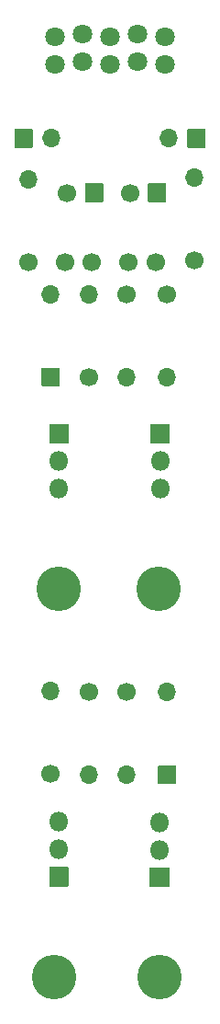
<source format=gbs>
%TF.GenerationSoftware,KiCad,Pcbnew,5.1.7-a382d34a8~87~ubuntu18.04.1*%
%TF.CreationDate,2020-10-20T20:58:06+01:00*%
%TF.ProjectId,transistor-matchers,7472616e-7369-4737-946f-722d6d617463,rev?*%
%TF.SameCoordinates,Original*%
%TF.FileFunction,Soldermask,Bot*%
%TF.FilePolarity,Negative*%
%FSLAX46Y46*%
G04 Gerber Fmt 4.6, Leading zero omitted, Abs format (unit mm)*
G04 Created by KiCad (PCBNEW 5.1.7-a382d34a8~87~ubuntu18.04.1) date 2020-10-20 20:58:06*
%MOMM*%
%LPD*%
G01*
G04 APERTURE LIST*
%ADD10O,1.700000X1.700000*%
%ADD11C,1.700000*%
%ADD12C,4.100000*%
%ADD13O,1.800000X1.800000*%
%ADD14C,1.800000*%
G04 APERTURE END LIST*
D10*
%TO.C,R8*%
X156095000Y-96580000D03*
D11*
X156095000Y-104200000D03*
%TD*%
D10*
%TO.C,R7*%
X171495000Y-96380000D03*
D11*
X171495000Y-104000000D03*
%TD*%
D10*
%TO.C,D4*%
X158235000Y-92800000D03*
G36*
G01*
X154845000Y-93600000D02*
X154845000Y-92000000D01*
G75*
G02*
X154895000Y-91950000I50000J0D01*
G01*
X156495000Y-91950000D01*
G75*
G02*
X156545000Y-92000000I0J-50000D01*
G01*
X156545000Y-93600000D01*
G75*
G02*
X156495000Y-93650000I-50000J0D01*
G01*
X154895000Y-93650000D01*
G75*
G02*
X154845000Y-93600000I0J50000D01*
G01*
G37*
%TD*%
%TO.C,D3*%
X169095000Y-92800000D03*
G36*
G01*
X172485000Y-92000000D02*
X172485000Y-93600000D01*
G75*
G02*
X172435000Y-93650000I-50000J0D01*
G01*
X170835000Y-93650000D01*
G75*
G02*
X170785000Y-93600000I0J50000D01*
G01*
X170785000Y-92000000D01*
G75*
G02*
X170835000Y-91950000I50000J0D01*
G01*
X172435000Y-91950000D01*
G75*
G02*
X172485000Y-92000000I0J-50000D01*
G01*
G37*
%TD*%
D11*
%TO.C,C4*%
X161995000Y-104200000D03*
X159495000Y-104200000D03*
%TD*%
%TO.C,C3*%
X159695000Y-97800000D03*
G36*
G01*
X163045000Y-97000000D02*
X163045000Y-98600000D01*
G75*
G02*
X162995000Y-98650000I-50000J0D01*
G01*
X161395000Y-98650000D01*
G75*
G02*
X161345000Y-98600000I0J50000D01*
G01*
X161345000Y-97000000D01*
G75*
G02*
X161395000Y-96950000I50000J0D01*
G01*
X162995000Y-96950000D01*
G75*
G02*
X163045000Y-97000000I0J-50000D01*
G01*
G37*
%TD*%
%TO.C,C2*%
X165395000Y-104200000D03*
X167895000Y-104200000D03*
%TD*%
%TO.C,C1*%
X165495000Y-97800000D03*
G36*
G01*
X168845000Y-97000000D02*
X168845000Y-98600000D01*
G75*
G02*
X168795000Y-98650000I-50000J0D01*
G01*
X167195000Y-98650000D01*
G75*
G02*
X167145000Y-98600000I0J50000D01*
G01*
X167145000Y-97000000D01*
G75*
G02*
X167195000Y-96950000I50000J0D01*
G01*
X168795000Y-96950000D01*
G75*
G02*
X168845000Y-97000000I0J-50000D01*
G01*
G37*
%TD*%
D12*
%TO.C,PNP-TEST2*%
X168250000Y-170000000D03*
%TD*%
%TO.C,PNP-TEST1*%
X158500000Y-170000000D03*
%TD*%
%TO.C,NPN-TEST2*%
X168195000Y-134250000D03*
%TD*%
%TO.C,NPN-TEST1*%
X158945000Y-134250000D03*
%TD*%
D10*
%TO.C,R6*%
X161695000Y-151370000D03*
D11*
X161695000Y-143750000D03*
%TD*%
D10*
%TO.C,R5*%
X165195000Y-151370000D03*
D11*
X165195000Y-143750000D03*
%TD*%
D10*
%TO.C,R4*%
X158195000Y-143630000D03*
D11*
X158195000Y-151250000D03*
%TD*%
D10*
%TO.C,R3*%
X168945000Y-114750000D03*
D11*
X168945000Y-107130000D03*
%TD*%
D10*
%TO.C,R2*%
X165195000Y-114750000D03*
D11*
X165195000Y-107130000D03*
%TD*%
D10*
%TO.C,R1*%
X161695000Y-107130000D03*
D11*
X161695000Y-114750000D03*
%TD*%
D13*
%TO.C,PNP2*%
X168250000Y-155710000D03*
X168250000Y-158250000D03*
G36*
G01*
X169150000Y-159940000D02*
X169150000Y-161640000D01*
G75*
G02*
X169100000Y-161690000I-50000J0D01*
G01*
X167400000Y-161690000D01*
G75*
G02*
X167350000Y-161640000I0J50000D01*
G01*
X167350000Y-159940000D01*
G75*
G02*
X167400000Y-159890000I50000J0D01*
G01*
X169100000Y-159890000D01*
G75*
G02*
X169150000Y-159940000I0J-50000D01*
G01*
G37*
%TD*%
%TO.C,PNP1*%
X158945000Y-155670000D03*
X158945000Y-158210000D03*
G36*
G01*
X159845000Y-159900000D02*
X159845000Y-161600000D01*
G75*
G02*
X159795000Y-161650000I-50000J0D01*
G01*
X158095000Y-161650000D01*
G75*
G02*
X158045000Y-161600000I0J50000D01*
G01*
X158045000Y-159900000D01*
G75*
G02*
X158095000Y-159850000I50000J0D01*
G01*
X159795000Y-159850000D01*
G75*
G02*
X159845000Y-159900000I0J-50000D01*
G01*
G37*
%TD*%
%TO.C,NPN2*%
X168295000Y-125040000D03*
X168295000Y-122500000D03*
G36*
G01*
X167395000Y-120810000D02*
X167395000Y-119110000D01*
G75*
G02*
X167445000Y-119060000I50000J0D01*
G01*
X169145000Y-119060000D01*
G75*
G02*
X169195000Y-119110000I0J-50000D01*
G01*
X169195000Y-120810000D01*
G75*
G02*
X169145000Y-120860000I-50000J0D01*
G01*
X167445000Y-120860000D01*
G75*
G02*
X167395000Y-120810000I0J50000D01*
G01*
G37*
%TD*%
%TO.C,NPN1*%
X158945000Y-125040000D03*
X158945000Y-122500000D03*
G36*
G01*
X158045000Y-120810000D02*
X158045000Y-119110000D01*
G75*
G02*
X158095000Y-119060000I50000J0D01*
G01*
X159795000Y-119060000D01*
G75*
G02*
X159845000Y-119110000I0J-50000D01*
G01*
X159845000Y-120810000D01*
G75*
G02*
X159795000Y-120860000I-50000J0D01*
G01*
X158095000Y-120860000D01*
G75*
G02*
X158045000Y-120810000I0J50000D01*
G01*
G37*
%TD*%
D14*
%TO.C,J1*%
X158595000Y-86020000D03*
X158595000Y-83480000D03*
X161135000Y-85766000D03*
X161135000Y-83226000D03*
X163675000Y-86020000D03*
X163675000Y-83480000D03*
X166215000Y-85766000D03*
X166215000Y-83226000D03*
X168755000Y-86020000D03*
X168755000Y-83480000D03*
%TD*%
D10*
%TO.C,D2*%
X168945000Y-143750000D03*
G36*
G01*
X169745000Y-152220000D02*
X168145000Y-152220000D01*
G75*
G02*
X168095000Y-152170000I0J50000D01*
G01*
X168095000Y-150570000D01*
G75*
G02*
X168145000Y-150520000I50000J0D01*
G01*
X169745000Y-150520000D01*
G75*
G02*
X169795000Y-150570000I0J-50000D01*
G01*
X169795000Y-152170000D01*
G75*
G02*
X169745000Y-152220000I-50000J0D01*
G01*
G37*
%TD*%
%TO.C,D1*%
X158195000Y-107130000D03*
G36*
G01*
X158995000Y-115600000D02*
X157395000Y-115600000D01*
G75*
G02*
X157345000Y-115550000I0J50000D01*
G01*
X157345000Y-113950000D01*
G75*
G02*
X157395000Y-113900000I50000J0D01*
G01*
X158995000Y-113900000D01*
G75*
G02*
X159045000Y-113950000I0J-50000D01*
G01*
X159045000Y-115550000D01*
G75*
G02*
X158995000Y-115600000I-50000J0D01*
G01*
G37*
%TD*%
M02*

</source>
